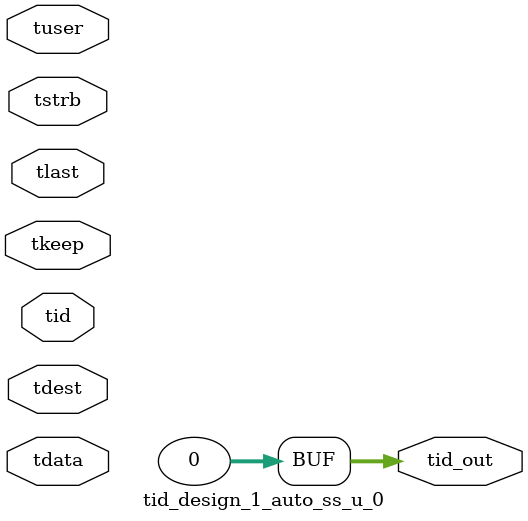
<source format=v>


`timescale 1ps/1ps

module tid_design_1_auto_ss_u_0 #
(
parameter C_S_AXIS_TID_WIDTH   = 1,
parameter C_S_AXIS_TUSER_WIDTH = 0,
parameter C_S_AXIS_TDATA_WIDTH = 0,
parameter C_S_AXIS_TDEST_WIDTH = 0,
parameter C_M_AXIS_TID_WIDTH   = 32
)
(
input  [(C_S_AXIS_TID_WIDTH   == 0 ? 1 : C_S_AXIS_TID_WIDTH)-1:0       ] tid,
input  [(C_S_AXIS_TDATA_WIDTH == 0 ? 1 : C_S_AXIS_TDATA_WIDTH)-1:0     ] tdata,
input  [(C_S_AXIS_TUSER_WIDTH == 0 ? 1 : C_S_AXIS_TUSER_WIDTH)-1:0     ] tuser,
input  [(C_S_AXIS_TDEST_WIDTH == 0 ? 1 : C_S_AXIS_TDEST_WIDTH)-1:0     ] tdest,
input  [(C_S_AXIS_TDATA_WIDTH/8)-1:0 ] tkeep,
input  [(C_S_AXIS_TDATA_WIDTH/8)-1:0 ] tstrb,
input                                                                    tlast,
output [(C_M_AXIS_TID_WIDTH   == 0 ? 1 : C_M_AXIS_TID_WIDTH)-1:0       ] tid_out
);

assign tid_out = {1'b0};

endmodule


</source>
